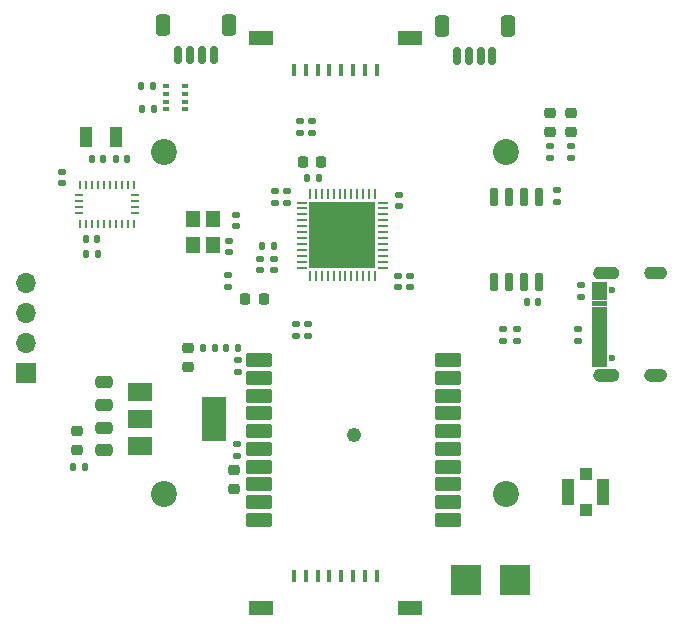
<source format=gbr>
%TF.GenerationSoftware,KiCad,Pcbnew,8.0.4*%
%TF.CreationDate,2024-11-13T00:18:53-06:00*%
%TF.ProjectId,ARES_FC,41524553-5f46-4432-9e6b-696361645f70,rev?*%
%TF.SameCoordinates,Original*%
%TF.FileFunction,Soldermask,Top*%
%TF.FilePolarity,Negative*%
%FSLAX46Y46*%
G04 Gerber Fmt 4.6, Leading zero omitted, Abs format (unit mm)*
G04 Created by KiCad (PCBNEW 8.0.4) date 2024-11-13 00:18:53*
%MOMM*%
%LPD*%
G01*
G04 APERTURE LIST*
G04 Aperture macros list*
%AMRoundRect*
0 Rectangle with rounded corners*
0 $1 Rounding radius*
0 $2 $3 $4 $5 $6 $7 $8 $9 X,Y pos of 4 corners*
0 Add a 4 corners polygon primitive as box body*
4,1,4,$2,$3,$4,$5,$6,$7,$8,$9,$2,$3,0*
0 Add four circle primitives for the rounded corners*
1,1,$1+$1,$2,$3*
1,1,$1+$1,$4,$5*
1,1,$1+$1,$6,$7*
1,1,$1+$1,$8,$9*
0 Add four rect primitives between the rounded corners*
20,1,$1+$1,$2,$3,$4,$5,0*
20,1,$1+$1,$4,$5,$6,$7,0*
20,1,$1+$1,$6,$7,$8,$9,0*
20,1,$1+$1,$8,$9,$2,$3,0*%
G04 Aperture macros list end*
%ADD10C,0.010000*%
%ADD11RoundRect,0.225000X-0.225000X-0.250000X0.225000X-0.250000X0.225000X0.250000X-0.225000X0.250000X0*%
%ADD12R,2.500000X2.500000*%
%ADD13RoundRect,0.140000X0.170000X-0.140000X0.170000X0.140000X-0.170000X0.140000X-0.170000X-0.140000X0*%
%ADD14C,2.200000*%
%ADD15RoundRect,0.140000X0.140000X0.170000X-0.140000X0.170000X-0.140000X-0.170000X0.140000X-0.170000X0*%
%ADD16RoundRect,0.135000X0.185000X-0.135000X0.185000X0.135000X-0.185000X0.135000X-0.185000X-0.135000X0*%
%ADD17R,0.500000X0.350000*%
%ADD18R,1.000000X1.000000*%
%ADD19R,1.050000X2.200000*%
%ADD20RoundRect,0.218750X0.256250X-0.218750X0.256250X0.218750X-0.256250X0.218750X-0.256250X-0.218750X0*%
%ADD21RoundRect,0.140000X-0.170000X0.140000X-0.170000X-0.140000X0.170000X-0.140000X0.170000X0.140000X0*%
%ADD22C,0.600000*%
%ADD23R,1.200000X1.400000*%
%ADD24RoundRect,0.140000X-0.140000X-0.170000X0.140000X-0.170000X0.140000X0.170000X-0.140000X0.170000X0*%
%ADD25RoundRect,0.135000X-0.185000X0.135000X-0.185000X-0.135000X0.185000X-0.135000X0.185000X0.135000X0*%
%ADD26RoundRect,0.150000X-0.150000X0.650000X-0.150000X-0.650000X0.150000X-0.650000X0.150000X0.650000X0*%
%ADD27R,0.400000X1.000000*%
%ADD28R,2.000000X1.300000*%
%ADD29RoundRect,0.250000X0.475000X-0.250000X0.475000X0.250000X-0.475000X0.250000X-0.475000X-0.250000X0*%
%ADD30RoundRect,0.135000X-0.135000X-0.185000X0.135000X-0.185000X0.135000X0.185000X-0.135000X0.185000X0*%
%ADD31C,1.210000*%
%ADD32RoundRect,0.150500X-0.951500X-0.451500X0.951500X-0.451500X0.951500X0.451500X-0.951500X0.451500X0*%
%ADD33RoundRect,0.150000X-0.150000X-0.625000X0.150000X-0.625000X0.150000X0.625000X-0.150000X0.625000X0*%
%ADD34RoundRect,0.250000X-0.350000X-0.650000X0.350000X-0.650000X0.350000X0.650000X-0.350000X0.650000X0*%
%ADD35RoundRect,0.062500X-0.375000X-0.062500X0.375000X-0.062500X0.375000X0.062500X-0.375000X0.062500X0*%
%ADD36RoundRect,0.062500X-0.062500X-0.375000X0.062500X-0.375000X0.062500X0.375000X-0.062500X0.375000X0*%
%ADD37R,5.600000X5.600000*%
%ADD38R,1.000000X1.800000*%
%ADD39R,2.000000X1.500000*%
%ADD40R,2.000000X3.800000*%
%ADD41R,1.700000X1.700000*%
%ADD42O,1.700000X1.700000*%
%ADD43R,0.254000X0.675000*%
%ADD44R,0.675000X0.254000*%
%ADD45RoundRect,0.218750X-0.218750X-0.256250X0.218750X-0.256250X0.218750X0.256250X-0.218750X0.256250X0*%
G04 APERTURE END LIST*
D10*
%TO.C,J2*%
X172932500Y-96700000D02*
X171692500Y-96700000D01*
X171692500Y-96000000D01*
X172932500Y-96000000D01*
X172932500Y-96700000D01*
G36*
X172932500Y-96700000D02*
G01*
X171692500Y-96700000D01*
X171692500Y-96000000D01*
X172932500Y-96000000D01*
X172932500Y-96700000D01*
G37*
X172932500Y-97500000D02*
X171692500Y-97500000D01*
X171692500Y-96800000D01*
X172932500Y-96800000D01*
X172932500Y-97500000D01*
G36*
X172932500Y-97500000D02*
G01*
X171692500Y-97500000D01*
X171692500Y-96800000D01*
X172932500Y-96800000D01*
X172932500Y-97500000D01*
G37*
X172932500Y-98000000D02*
X171692500Y-98000000D01*
X171692500Y-97600000D01*
X172932500Y-97600000D01*
X172932500Y-98000000D01*
G36*
X172932500Y-98000000D02*
G01*
X171692500Y-98000000D01*
X171692500Y-97600000D01*
X172932500Y-97600000D01*
X172932500Y-98000000D01*
G37*
X172932500Y-98500000D02*
X171692500Y-98500000D01*
X171692500Y-98100000D01*
X172932500Y-98100000D01*
X172932500Y-98500000D01*
G36*
X172932500Y-98500000D02*
G01*
X171692500Y-98500000D01*
X171692500Y-98100000D01*
X172932500Y-98100000D01*
X172932500Y-98500000D01*
G37*
X172932500Y-99000000D02*
X171692500Y-99000000D01*
X171692500Y-98600000D01*
X172932500Y-98600000D01*
X172932500Y-99000000D01*
G36*
X172932500Y-99000000D02*
G01*
X171692500Y-99000000D01*
X171692500Y-98600000D01*
X172932500Y-98600000D01*
X172932500Y-99000000D01*
G37*
X172932500Y-99500000D02*
X171692500Y-99500000D01*
X171692500Y-99100000D01*
X172932500Y-99100000D01*
X172932500Y-99500000D01*
G36*
X172932500Y-99500000D02*
G01*
X171692500Y-99500000D01*
X171692500Y-99100000D01*
X172932500Y-99100000D01*
X172932500Y-99500000D01*
G37*
X172932500Y-100000000D02*
X171692500Y-100000000D01*
X171692500Y-99600000D01*
X172932500Y-99600000D01*
X172932500Y-100000000D01*
G36*
X172932500Y-100000000D02*
G01*
X171692500Y-100000000D01*
X171692500Y-99600000D01*
X172932500Y-99600000D01*
X172932500Y-100000000D01*
G37*
X172932500Y-100500000D02*
X171692500Y-100500000D01*
X171692500Y-100100000D01*
X172932500Y-100100000D01*
X172932500Y-100500000D01*
G36*
X172932500Y-100500000D02*
G01*
X171692500Y-100500000D01*
X171692500Y-100100000D01*
X172932500Y-100100000D01*
X172932500Y-100500000D01*
G37*
X172932500Y-101000000D02*
X171692500Y-101000000D01*
X171692500Y-100600000D01*
X172932500Y-100600000D01*
X172932500Y-101000000D01*
G36*
X172932500Y-101000000D02*
G01*
X171692500Y-101000000D01*
X171692500Y-100600000D01*
X172932500Y-100600000D01*
X172932500Y-101000000D01*
G37*
X172932500Y-101500000D02*
X171692500Y-101500000D01*
X171692500Y-101100000D01*
X172932500Y-101100000D01*
X172932500Y-101500000D01*
G36*
X172932500Y-101500000D02*
G01*
X171692500Y-101500000D01*
X171692500Y-101100000D01*
X172932500Y-101100000D01*
X172932500Y-101500000D01*
G37*
X172932500Y-102300000D02*
X171692500Y-102300000D01*
X171692500Y-101600000D01*
X172932500Y-101600000D01*
X172932500Y-102300000D01*
G36*
X172932500Y-102300000D02*
G01*
X171692500Y-102300000D01*
X171692500Y-101600000D01*
X172932500Y-101600000D01*
X172932500Y-102300000D01*
G37*
X172932500Y-103100000D02*
X171692500Y-103100000D01*
X171692500Y-102400000D01*
X172932500Y-102400000D01*
X172932500Y-103100000D01*
G36*
X172932500Y-103100000D02*
G01*
X171692500Y-103100000D01*
X171692500Y-102400000D01*
X172932500Y-102400000D01*
X172932500Y-103100000D01*
G37*
X173468500Y-94726000D02*
X173494500Y-94728000D01*
X173520500Y-94731000D01*
X173546500Y-94736000D01*
X173571500Y-94742000D01*
X173597500Y-94749000D01*
X173621500Y-94758000D01*
X173645500Y-94768000D01*
X173669500Y-94779000D01*
X173692500Y-94792000D01*
X173714500Y-94806000D01*
X173736500Y-94820000D01*
X173757500Y-94836000D01*
X173777500Y-94853000D01*
X173796500Y-94871000D01*
X173814500Y-94890000D01*
X173831500Y-94910000D01*
X173847500Y-94931000D01*
X173861500Y-94953000D01*
X173875500Y-94975000D01*
X173888500Y-94998000D01*
X173899500Y-95022000D01*
X173909500Y-95046000D01*
X173918500Y-95070000D01*
X173925500Y-95096000D01*
X173931500Y-95121000D01*
X173936500Y-95147000D01*
X173939500Y-95173000D01*
X173941500Y-95199000D01*
X173942500Y-95225000D01*
X173941500Y-95255000D01*
X173938500Y-95282000D01*
X173934500Y-95308000D01*
X173929500Y-95334000D01*
X173922500Y-95359000D01*
X173915500Y-95384000D01*
X173905500Y-95409000D01*
X173895500Y-95433000D01*
X173883500Y-95457000D01*
X173870500Y-95480000D01*
X173856500Y-95502000D01*
X173840500Y-95524000D01*
X173824500Y-95545000D01*
X173806500Y-95564000D01*
X173788500Y-95583000D01*
X173768500Y-95601000D01*
X173748500Y-95618000D01*
X173727500Y-95634000D01*
X173705500Y-95648000D01*
X173682500Y-95662000D01*
X173658500Y-95674000D01*
X173634500Y-95685000D01*
X173610500Y-95695000D01*
X173585500Y-95703000D01*
X173559500Y-95710000D01*
X173533500Y-95716000D01*
X173507500Y-95720000D01*
X173481500Y-95723000D01*
X173455500Y-95725000D01*
X173432500Y-95725000D01*
X172332500Y-95725000D01*
X172302500Y-95724000D01*
X172277500Y-95721000D01*
X172251500Y-95718000D01*
X172226500Y-95712000D01*
X172201500Y-95706000D01*
X172176500Y-95698000D01*
X172152500Y-95689000D01*
X172128500Y-95679000D01*
X172105500Y-95667000D01*
X172082500Y-95654000D01*
X172060500Y-95640000D01*
X172039500Y-95625000D01*
X172019500Y-95609000D01*
X171999500Y-95592000D01*
X171981500Y-95574000D01*
X171963500Y-95555000D01*
X171947500Y-95535000D01*
X171931500Y-95514000D01*
X171917500Y-95492000D01*
X171904500Y-95470000D01*
X171892500Y-95447000D01*
X171881500Y-95423000D01*
X171872500Y-95399000D01*
X171864500Y-95375000D01*
X171857500Y-95350000D01*
X171851500Y-95324000D01*
X171847500Y-95299000D01*
X171844500Y-95273000D01*
X171842500Y-95247000D01*
X171842500Y-95225000D01*
X171843500Y-95199000D01*
X171845500Y-95173000D01*
X171848500Y-95147000D01*
X171853500Y-95121000D01*
X171859500Y-95096000D01*
X171866500Y-95070000D01*
X171875500Y-95046000D01*
X171885500Y-95022000D01*
X171896500Y-94998000D01*
X171909500Y-94975000D01*
X171923500Y-94953000D01*
X171937500Y-94931000D01*
X171953500Y-94910000D01*
X171970500Y-94890000D01*
X171988500Y-94871000D01*
X172007500Y-94853000D01*
X172027500Y-94836000D01*
X172048500Y-94820000D01*
X172070500Y-94806000D01*
X172092500Y-94792000D01*
X172115500Y-94779000D01*
X172139500Y-94768000D01*
X172163500Y-94758000D01*
X172187500Y-94749000D01*
X172213500Y-94742000D01*
X172238500Y-94736000D01*
X172264500Y-94731000D01*
X172290500Y-94728000D01*
X172316500Y-94726000D01*
X172342500Y-94725000D01*
X173442500Y-94725000D01*
X173468500Y-94726000D01*
G36*
X173468500Y-94726000D02*
G01*
X173494500Y-94728000D01*
X173520500Y-94731000D01*
X173546500Y-94736000D01*
X173571500Y-94742000D01*
X173597500Y-94749000D01*
X173621500Y-94758000D01*
X173645500Y-94768000D01*
X173669500Y-94779000D01*
X173692500Y-94792000D01*
X173714500Y-94806000D01*
X173736500Y-94820000D01*
X173757500Y-94836000D01*
X173777500Y-94853000D01*
X173796500Y-94871000D01*
X173814500Y-94890000D01*
X173831500Y-94910000D01*
X173847500Y-94931000D01*
X173861500Y-94953000D01*
X173875500Y-94975000D01*
X173888500Y-94998000D01*
X173899500Y-95022000D01*
X173909500Y-95046000D01*
X173918500Y-95070000D01*
X173925500Y-95096000D01*
X173931500Y-95121000D01*
X173936500Y-95147000D01*
X173939500Y-95173000D01*
X173941500Y-95199000D01*
X173942500Y-95225000D01*
X173941500Y-95255000D01*
X173938500Y-95282000D01*
X173934500Y-95308000D01*
X173929500Y-95334000D01*
X173922500Y-95359000D01*
X173915500Y-95384000D01*
X173905500Y-95409000D01*
X173895500Y-95433000D01*
X173883500Y-95457000D01*
X173870500Y-95480000D01*
X173856500Y-95502000D01*
X173840500Y-95524000D01*
X173824500Y-95545000D01*
X173806500Y-95564000D01*
X173788500Y-95583000D01*
X173768500Y-95601000D01*
X173748500Y-95618000D01*
X173727500Y-95634000D01*
X173705500Y-95648000D01*
X173682500Y-95662000D01*
X173658500Y-95674000D01*
X173634500Y-95685000D01*
X173610500Y-95695000D01*
X173585500Y-95703000D01*
X173559500Y-95710000D01*
X173533500Y-95716000D01*
X173507500Y-95720000D01*
X173481500Y-95723000D01*
X173455500Y-95725000D01*
X173432500Y-95725000D01*
X172332500Y-95725000D01*
X172302500Y-95724000D01*
X172277500Y-95721000D01*
X172251500Y-95718000D01*
X172226500Y-95712000D01*
X172201500Y-95706000D01*
X172176500Y-95698000D01*
X172152500Y-95689000D01*
X172128500Y-95679000D01*
X172105500Y-95667000D01*
X172082500Y-95654000D01*
X172060500Y-95640000D01*
X172039500Y-95625000D01*
X172019500Y-95609000D01*
X171999500Y-95592000D01*
X171981500Y-95574000D01*
X171963500Y-95555000D01*
X171947500Y-95535000D01*
X171931500Y-95514000D01*
X171917500Y-95492000D01*
X171904500Y-95470000D01*
X171892500Y-95447000D01*
X171881500Y-95423000D01*
X171872500Y-95399000D01*
X171864500Y-95375000D01*
X171857500Y-95350000D01*
X171851500Y-95324000D01*
X171847500Y-95299000D01*
X171844500Y-95273000D01*
X171842500Y-95247000D01*
X171842500Y-95225000D01*
X171843500Y-95199000D01*
X171845500Y-95173000D01*
X171848500Y-95147000D01*
X171853500Y-95121000D01*
X171859500Y-95096000D01*
X171866500Y-95070000D01*
X171875500Y-95046000D01*
X171885500Y-95022000D01*
X171896500Y-94998000D01*
X171909500Y-94975000D01*
X171923500Y-94953000D01*
X171937500Y-94931000D01*
X171953500Y-94910000D01*
X171970500Y-94890000D01*
X171988500Y-94871000D01*
X172007500Y-94853000D01*
X172027500Y-94836000D01*
X172048500Y-94820000D01*
X172070500Y-94806000D01*
X172092500Y-94792000D01*
X172115500Y-94779000D01*
X172139500Y-94768000D01*
X172163500Y-94758000D01*
X172187500Y-94749000D01*
X172213500Y-94742000D01*
X172238500Y-94736000D01*
X172264500Y-94731000D01*
X172290500Y-94728000D01*
X172316500Y-94726000D01*
X172342500Y-94725000D01*
X173442500Y-94725000D01*
X173468500Y-94726000D01*
G37*
X173468500Y-103376000D02*
X173494500Y-103378000D01*
X173520500Y-103381000D01*
X173546500Y-103386000D01*
X173571500Y-103392000D01*
X173597500Y-103399000D01*
X173621500Y-103408000D01*
X173645500Y-103418000D01*
X173669500Y-103429000D01*
X173692500Y-103442000D01*
X173714500Y-103456000D01*
X173736500Y-103470000D01*
X173757500Y-103486000D01*
X173777500Y-103503000D01*
X173796500Y-103521000D01*
X173814500Y-103540000D01*
X173831500Y-103560000D01*
X173847500Y-103581000D01*
X173861500Y-103603000D01*
X173875500Y-103625000D01*
X173888500Y-103648000D01*
X173899500Y-103672000D01*
X173909500Y-103696000D01*
X173918500Y-103720000D01*
X173925500Y-103746000D01*
X173931500Y-103771000D01*
X173936500Y-103797000D01*
X173939500Y-103823000D01*
X173941500Y-103849000D01*
X173942500Y-103875000D01*
X173941500Y-103901000D01*
X173939500Y-103927000D01*
X173936500Y-103953000D01*
X173931500Y-103979000D01*
X173925500Y-104004000D01*
X173918500Y-104030000D01*
X173909500Y-104054000D01*
X173899500Y-104078000D01*
X173888500Y-104102000D01*
X173875500Y-104125000D01*
X173861500Y-104147000D01*
X173847500Y-104169000D01*
X173831500Y-104190000D01*
X173814500Y-104210000D01*
X173796500Y-104229000D01*
X173777500Y-104247000D01*
X173757500Y-104264000D01*
X173736500Y-104280000D01*
X173714500Y-104294000D01*
X173692500Y-104308000D01*
X173669500Y-104321000D01*
X173645500Y-104332000D01*
X173621500Y-104342000D01*
X173597500Y-104351000D01*
X173571500Y-104358000D01*
X173546500Y-104364000D01*
X173520500Y-104369000D01*
X173494500Y-104372000D01*
X173468500Y-104374000D01*
X173442500Y-104375000D01*
X172342500Y-104375000D01*
X172316500Y-104374000D01*
X172290500Y-104372000D01*
X172264500Y-104369000D01*
X172238500Y-104364000D01*
X172213500Y-104358000D01*
X172187500Y-104351000D01*
X172163500Y-104342000D01*
X172139500Y-104332000D01*
X172115500Y-104321000D01*
X172092500Y-104308000D01*
X172070500Y-104294000D01*
X172048500Y-104280000D01*
X172027500Y-104264000D01*
X172007500Y-104247000D01*
X171988500Y-104229000D01*
X171970500Y-104210000D01*
X171953500Y-104190000D01*
X171937500Y-104169000D01*
X171923500Y-104147000D01*
X171909500Y-104125000D01*
X171896500Y-104102000D01*
X171885500Y-104078000D01*
X171875500Y-104054000D01*
X171866500Y-104030000D01*
X171859500Y-104004000D01*
X171853500Y-103979000D01*
X171848500Y-103953000D01*
X171845500Y-103927000D01*
X171843500Y-103901000D01*
X171842500Y-103875000D01*
X171843500Y-103849000D01*
X171845500Y-103823000D01*
X171848500Y-103797000D01*
X171853500Y-103771000D01*
X171859500Y-103746000D01*
X171866500Y-103720000D01*
X171875500Y-103696000D01*
X171885500Y-103672000D01*
X171896500Y-103648000D01*
X171909500Y-103625000D01*
X171923500Y-103603000D01*
X171937500Y-103581000D01*
X171953500Y-103560000D01*
X171970500Y-103540000D01*
X171988500Y-103521000D01*
X172007500Y-103503000D01*
X172027500Y-103486000D01*
X172048500Y-103470000D01*
X172070500Y-103456000D01*
X172092500Y-103442000D01*
X172115500Y-103429000D01*
X172139500Y-103418000D01*
X172163500Y-103408000D01*
X172187500Y-103399000D01*
X172213500Y-103392000D01*
X172238500Y-103386000D01*
X172264500Y-103381000D01*
X172290500Y-103378000D01*
X172316500Y-103376000D01*
X172342500Y-103375000D01*
X173442500Y-103375000D01*
X173468500Y-103376000D01*
G36*
X173468500Y-103376000D02*
G01*
X173494500Y-103378000D01*
X173520500Y-103381000D01*
X173546500Y-103386000D01*
X173571500Y-103392000D01*
X173597500Y-103399000D01*
X173621500Y-103408000D01*
X173645500Y-103418000D01*
X173669500Y-103429000D01*
X173692500Y-103442000D01*
X173714500Y-103456000D01*
X173736500Y-103470000D01*
X173757500Y-103486000D01*
X173777500Y-103503000D01*
X173796500Y-103521000D01*
X173814500Y-103540000D01*
X173831500Y-103560000D01*
X173847500Y-103581000D01*
X173861500Y-103603000D01*
X173875500Y-103625000D01*
X173888500Y-103648000D01*
X173899500Y-103672000D01*
X173909500Y-103696000D01*
X173918500Y-103720000D01*
X173925500Y-103746000D01*
X173931500Y-103771000D01*
X173936500Y-103797000D01*
X173939500Y-103823000D01*
X173941500Y-103849000D01*
X173942500Y-103875000D01*
X173941500Y-103901000D01*
X173939500Y-103927000D01*
X173936500Y-103953000D01*
X173931500Y-103979000D01*
X173925500Y-104004000D01*
X173918500Y-104030000D01*
X173909500Y-104054000D01*
X173899500Y-104078000D01*
X173888500Y-104102000D01*
X173875500Y-104125000D01*
X173861500Y-104147000D01*
X173847500Y-104169000D01*
X173831500Y-104190000D01*
X173814500Y-104210000D01*
X173796500Y-104229000D01*
X173777500Y-104247000D01*
X173757500Y-104264000D01*
X173736500Y-104280000D01*
X173714500Y-104294000D01*
X173692500Y-104308000D01*
X173669500Y-104321000D01*
X173645500Y-104332000D01*
X173621500Y-104342000D01*
X173597500Y-104351000D01*
X173571500Y-104358000D01*
X173546500Y-104364000D01*
X173520500Y-104369000D01*
X173494500Y-104372000D01*
X173468500Y-104374000D01*
X173442500Y-104375000D01*
X172342500Y-104375000D01*
X172316500Y-104374000D01*
X172290500Y-104372000D01*
X172264500Y-104369000D01*
X172238500Y-104364000D01*
X172213500Y-104358000D01*
X172187500Y-104351000D01*
X172163500Y-104342000D01*
X172139500Y-104332000D01*
X172115500Y-104321000D01*
X172092500Y-104308000D01*
X172070500Y-104294000D01*
X172048500Y-104280000D01*
X172027500Y-104264000D01*
X172007500Y-104247000D01*
X171988500Y-104229000D01*
X171970500Y-104210000D01*
X171953500Y-104190000D01*
X171937500Y-104169000D01*
X171923500Y-104147000D01*
X171909500Y-104125000D01*
X171896500Y-104102000D01*
X171885500Y-104078000D01*
X171875500Y-104054000D01*
X171866500Y-104030000D01*
X171859500Y-104004000D01*
X171853500Y-103979000D01*
X171848500Y-103953000D01*
X171845500Y-103927000D01*
X171843500Y-103901000D01*
X171842500Y-103875000D01*
X171843500Y-103849000D01*
X171845500Y-103823000D01*
X171848500Y-103797000D01*
X171853500Y-103771000D01*
X171859500Y-103746000D01*
X171866500Y-103720000D01*
X171875500Y-103696000D01*
X171885500Y-103672000D01*
X171896500Y-103648000D01*
X171909500Y-103625000D01*
X171923500Y-103603000D01*
X171937500Y-103581000D01*
X171953500Y-103560000D01*
X171970500Y-103540000D01*
X171988500Y-103521000D01*
X172007500Y-103503000D01*
X172027500Y-103486000D01*
X172048500Y-103470000D01*
X172070500Y-103456000D01*
X172092500Y-103442000D01*
X172115500Y-103429000D01*
X172139500Y-103418000D01*
X172163500Y-103408000D01*
X172187500Y-103399000D01*
X172213500Y-103392000D01*
X172238500Y-103386000D01*
X172264500Y-103381000D01*
X172290500Y-103378000D01*
X172316500Y-103376000D01*
X172342500Y-103375000D01*
X173442500Y-103375000D01*
X173468500Y-103376000D01*
G37*
X177488500Y-94726000D02*
X177514500Y-94728000D01*
X177540500Y-94731000D01*
X177566500Y-94736000D01*
X177591500Y-94742000D01*
X177617500Y-94749000D01*
X177641500Y-94758000D01*
X177665500Y-94768000D01*
X177689500Y-94779000D01*
X177712500Y-94792000D01*
X177734500Y-94806000D01*
X177756500Y-94820000D01*
X177777500Y-94836000D01*
X177797500Y-94853000D01*
X177816500Y-94871000D01*
X177834500Y-94890000D01*
X177851500Y-94910000D01*
X177867500Y-94931000D01*
X177881500Y-94953000D01*
X177895500Y-94975000D01*
X177908500Y-94998000D01*
X177919500Y-95022000D01*
X177929500Y-95046000D01*
X177938500Y-95070000D01*
X177945500Y-95096000D01*
X177951500Y-95121000D01*
X177956500Y-95147000D01*
X177959500Y-95173000D01*
X177961500Y-95199000D01*
X177962500Y-95225000D01*
X177961500Y-95251000D01*
X177959500Y-95277000D01*
X177956500Y-95303000D01*
X177951500Y-95329000D01*
X177945500Y-95354000D01*
X177938500Y-95380000D01*
X177929500Y-95404000D01*
X177919500Y-95428000D01*
X177908500Y-95452000D01*
X177895500Y-95475000D01*
X177881500Y-95497000D01*
X177867500Y-95519000D01*
X177851500Y-95540000D01*
X177834500Y-95560000D01*
X177816500Y-95579000D01*
X177797500Y-95597000D01*
X177777500Y-95614000D01*
X177756500Y-95630000D01*
X177734500Y-95644000D01*
X177712500Y-95658000D01*
X177689500Y-95671000D01*
X177665500Y-95682000D01*
X177641500Y-95692000D01*
X177617500Y-95701000D01*
X177591500Y-95708000D01*
X177566500Y-95714000D01*
X177540500Y-95719000D01*
X177514500Y-95722000D01*
X177488500Y-95724000D01*
X177462500Y-95725000D01*
X176662500Y-95725000D01*
X176636500Y-95724000D01*
X176610500Y-95722000D01*
X176584500Y-95719000D01*
X176558500Y-95714000D01*
X176533500Y-95708000D01*
X176507500Y-95701000D01*
X176483500Y-95692000D01*
X176459500Y-95682000D01*
X176435500Y-95671000D01*
X176412500Y-95658000D01*
X176390500Y-95644000D01*
X176368500Y-95630000D01*
X176347500Y-95614000D01*
X176327500Y-95597000D01*
X176308500Y-95579000D01*
X176290500Y-95560000D01*
X176273500Y-95540000D01*
X176257500Y-95519000D01*
X176243500Y-95497000D01*
X176229500Y-95475000D01*
X176216500Y-95452000D01*
X176205500Y-95428000D01*
X176195500Y-95404000D01*
X176186500Y-95380000D01*
X176179500Y-95354000D01*
X176173500Y-95329000D01*
X176168500Y-95303000D01*
X176165500Y-95277000D01*
X176163500Y-95251000D01*
X176162500Y-95225000D01*
X176163500Y-95199000D01*
X176165500Y-95173000D01*
X176168500Y-95147000D01*
X176173500Y-95121000D01*
X176179500Y-95096000D01*
X176186500Y-95070000D01*
X176195500Y-95046000D01*
X176205500Y-95022000D01*
X176216500Y-94998000D01*
X176229500Y-94975000D01*
X176243500Y-94953000D01*
X176257500Y-94931000D01*
X176273500Y-94910000D01*
X176290500Y-94890000D01*
X176308500Y-94871000D01*
X176327500Y-94853000D01*
X176347500Y-94836000D01*
X176368500Y-94820000D01*
X176390500Y-94806000D01*
X176412500Y-94792000D01*
X176435500Y-94779000D01*
X176459500Y-94768000D01*
X176483500Y-94758000D01*
X176507500Y-94749000D01*
X176533500Y-94742000D01*
X176558500Y-94736000D01*
X176584500Y-94731000D01*
X176610500Y-94728000D01*
X176636500Y-94726000D01*
X176662500Y-94725000D01*
X177462500Y-94725000D01*
X177488500Y-94726000D01*
G36*
X177488500Y-94726000D02*
G01*
X177514500Y-94728000D01*
X177540500Y-94731000D01*
X177566500Y-94736000D01*
X177591500Y-94742000D01*
X177617500Y-94749000D01*
X177641500Y-94758000D01*
X177665500Y-94768000D01*
X177689500Y-94779000D01*
X177712500Y-94792000D01*
X177734500Y-94806000D01*
X177756500Y-94820000D01*
X177777500Y-94836000D01*
X177797500Y-94853000D01*
X177816500Y-94871000D01*
X177834500Y-94890000D01*
X177851500Y-94910000D01*
X177867500Y-94931000D01*
X177881500Y-94953000D01*
X177895500Y-94975000D01*
X177908500Y-94998000D01*
X177919500Y-95022000D01*
X177929500Y-95046000D01*
X177938500Y-95070000D01*
X177945500Y-95096000D01*
X177951500Y-95121000D01*
X177956500Y-95147000D01*
X177959500Y-95173000D01*
X177961500Y-95199000D01*
X177962500Y-95225000D01*
X177961500Y-95251000D01*
X177959500Y-95277000D01*
X177956500Y-95303000D01*
X177951500Y-95329000D01*
X177945500Y-95354000D01*
X177938500Y-95380000D01*
X177929500Y-95404000D01*
X177919500Y-95428000D01*
X177908500Y-95452000D01*
X177895500Y-95475000D01*
X177881500Y-95497000D01*
X177867500Y-95519000D01*
X177851500Y-95540000D01*
X177834500Y-95560000D01*
X177816500Y-95579000D01*
X177797500Y-95597000D01*
X177777500Y-95614000D01*
X177756500Y-95630000D01*
X177734500Y-95644000D01*
X177712500Y-95658000D01*
X177689500Y-95671000D01*
X177665500Y-95682000D01*
X177641500Y-95692000D01*
X177617500Y-95701000D01*
X177591500Y-95708000D01*
X177566500Y-95714000D01*
X177540500Y-95719000D01*
X177514500Y-95722000D01*
X177488500Y-95724000D01*
X177462500Y-95725000D01*
X176662500Y-95725000D01*
X176636500Y-95724000D01*
X176610500Y-95722000D01*
X176584500Y-95719000D01*
X176558500Y-95714000D01*
X176533500Y-95708000D01*
X176507500Y-95701000D01*
X176483500Y-95692000D01*
X176459500Y-95682000D01*
X176435500Y-95671000D01*
X176412500Y-95658000D01*
X176390500Y-95644000D01*
X176368500Y-95630000D01*
X176347500Y-95614000D01*
X176327500Y-95597000D01*
X176308500Y-95579000D01*
X176290500Y-95560000D01*
X176273500Y-95540000D01*
X176257500Y-95519000D01*
X176243500Y-95497000D01*
X176229500Y-95475000D01*
X176216500Y-95452000D01*
X176205500Y-95428000D01*
X176195500Y-95404000D01*
X176186500Y-95380000D01*
X176179500Y-95354000D01*
X176173500Y-95329000D01*
X176168500Y-95303000D01*
X176165500Y-95277000D01*
X176163500Y-95251000D01*
X176162500Y-95225000D01*
X176163500Y-95199000D01*
X176165500Y-95173000D01*
X176168500Y-95147000D01*
X176173500Y-95121000D01*
X176179500Y-95096000D01*
X176186500Y-95070000D01*
X176195500Y-95046000D01*
X176205500Y-95022000D01*
X176216500Y-94998000D01*
X176229500Y-94975000D01*
X176243500Y-94953000D01*
X176257500Y-94931000D01*
X176273500Y-94910000D01*
X176290500Y-94890000D01*
X176308500Y-94871000D01*
X176327500Y-94853000D01*
X176347500Y-94836000D01*
X176368500Y-94820000D01*
X176390500Y-94806000D01*
X176412500Y-94792000D01*
X176435500Y-94779000D01*
X176459500Y-94768000D01*
X176483500Y-94758000D01*
X176507500Y-94749000D01*
X176533500Y-94742000D01*
X176558500Y-94736000D01*
X176584500Y-94731000D01*
X176610500Y-94728000D01*
X176636500Y-94726000D01*
X176662500Y-94725000D01*
X177462500Y-94725000D01*
X177488500Y-94726000D01*
G37*
X177488500Y-103376000D02*
X177514500Y-103378000D01*
X177540500Y-103381000D01*
X177566500Y-103386000D01*
X177591500Y-103392000D01*
X177617500Y-103399000D01*
X177641500Y-103408000D01*
X177665500Y-103418000D01*
X177689500Y-103429000D01*
X177712500Y-103442000D01*
X177734500Y-103456000D01*
X177756500Y-103470000D01*
X177777500Y-103486000D01*
X177797500Y-103503000D01*
X177816500Y-103521000D01*
X177834500Y-103540000D01*
X177851500Y-103560000D01*
X177867500Y-103581000D01*
X177881500Y-103603000D01*
X177895500Y-103625000D01*
X177908500Y-103648000D01*
X177919500Y-103672000D01*
X177929500Y-103696000D01*
X177938500Y-103720000D01*
X177945500Y-103746000D01*
X177951500Y-103771000D01*
X177956500Y-103797000D01*
X177959500Y-103823000D01*
X177961500Y-103849000D01*
X177962500Y-103875000D01*
X177961500Y-103901000D01*
X177959500Y-103927000D01*
X177956500Y-103953000D01*
X177951500Y-103979000D01*
X177945500Y-104004000D01*
X177938500Y-104030000D01*
X177929500Y-104054000D01*
X177919500Y-104078000D01*
X177908500Y-104102000D01*
X177895500Y-104125000D01*
X177881500Y-104147000D01*
X177867500Y-104169000D01*
X177851500Y-104190000D01*
X177834500Y-104210000D01*
X177816500Y-104229000D01*
X177797500Y-104247000D01*
X177777500Y-104264000D01*
X177756500Y-104280000D01*
X177734500Y-104294000D01*
X177712500Y-104308000D01*
X177689500Y-104321000D01*
X177665500Y-104332000D01*
X177641500Y-104342000D01*
X177617500Y-104351000D01*
X177591500Y-104358000D01*
X177566500Y-104364000D01*
X177540500Y-104369000D01*
X177514500Y-104372000D01*
X177488500Y-104374000D01*
X177462500Y-104375000D01*
X176662500Y-104375000D01*
X176636500Y-104374000D01*
X176610500Y-104372000D01*
X176584500Y-104369000D01*
X176558500Y-104364000D01*
X176533500Y-104358000D01*
X176507500Y-104351000D01*
X176483500Y-104342000D01*
X176459500Y-104332000D01*
X176435500Y-104321000D01*
X176412500Y-104308000D01*
X176390500Y-104294000D01*
X176368500Y-104280000D01*
X176347500Y-104264000D01*
X176327500Y-104247000D01*
X176308500Y-104229000D01*
X176290500Y-104210000D01*
X176273500Y-104190000D01*
X176257500Y-104169000D01*
X176243500Y-104147000D01*
X176229500Y-104125000D01*
X176216500Y-104102000D01*
X176205500Y-104078000D01*
X176195500Y-104054000D01*
X176186500Y-104030000D01*
X176179500Y-104004000D01*
X176173500Y-103979000D01*
X176168500Y-103953000D01*
X176165500Y-103927000D01*
X176163500Y-103901000D01*
X176162500Y-103875000D01*
X176163500Y-103849000D01*
X176165500Y-103823000D01*
X176168500Y-103797000D01*
X176173500Y-103771000D01*
X176179500Y-103746000D01*
X176186500Y-103720000D01*
X176195500Y-103696000D01*
X176205500Y-103672000D01*
X176216500Y-103648000D01*
X176229500Y-103625000D01*
X176243500Y-103603000D01*
X176257500Y-103581000D01*
X176273500Y-103560000D01*
X176290500Y-103540000D01*
X176308500Y-103521000D01*
X176327500Y-103503000D01*
X176347500Y-103486000D01*
X176368500Y-103470000D01*
X176390500Y-103456000D01*
X176412500Y-103442000D01*
X176435500Y-103429000D01*
X176459500Y-103418000D01*
X176483500Y-103408000D01*
X176507500Y-103399000D01*
X176533500Y-103392000D01*
X176558500Y-103386000D01*
X176584500Y-103381000D01*
X176610500Y-103378000D01*
X176636500Y-103376000D01*
X176662500Y-103375000D01*
X177462500Y-103375000D01*
X177488500Y-103376000D01*
G36*
X177488500Y-103376000D02*
G01*
X177514500Y-103378000D01*
X177540500Y-103381000D01*
X177566500Y-103386000D01*
X177591500Y-103392000D01*
X177617500Y-103399000D01*
X177641500Y-103408000D01*
X177665500Y-103418000D01*
X177689500Y-103429000D01*
X177712500Y-103442000D01*
X177734500Y-103456000D01*
X177756500Y-103470000D01*
X177777500Y-103486000D01*
X177797500Y-103503000D01*
X177816500Y-103521000D01*
X177834500Y-103540000D01*
X177851500Y-103560000D01*
X177867500Y-103581000D01*
X177881500Y-103603000D01*
X177895500Y-103625000D01*
X177908500Y-103648000D01*
X177919500Y-103672000D01*
X177929500Y-103696000D01*
X177938500Y-103720000D01*
X177945500Y-103746000D01*
X177951500Y-103771000D01*
X177956500Y-103797000D01*
X177959500Y-103823000D01*
X177961500Y-103849000D01*
X177962500Y-103875000D01*
X177961500Y-103901000D01*
X177959500Y-103927000D01*
X177956500Y-103953000D01*
X177951500Y-103979000D01*
X177945500Y-104004000D01*
X177938500Y-104030000D01*
X177929500Y-104054000D01*
X177919500Y-104078000D01*
X177908500Y-104102000D01*
X177895500Y-104125000D01*
X177881500Y-104147000D01*
X177867500Y-104169000D01*
X177851500Y-104190000D01*
X177834500Y-104210000D01*
X177816500Y-104229000D01*
X177797500Y-104247000D01*
X177777500Y-104264000D01*
X177756500Y-104280000D01*
X177734500Y-104294000D01*
X177712500Y-104308000D01*
X177689500Y-104321000D01*
X177665500Y-104332000D01*
X177641500Y-104342000D01*
X177617500Y-104351000D01*
X177591500Y-104358000D01*
X177566500Y-104364000D01*
X177540500Y-104369000D01*
X177514500Y-104372000D01*
X177488500Y-104374000D01*
X177462500Y-104375000D01*
X176662500Y-104375000D01*
X176636500Y-104374000D01*
X176610500Y-104372000D01*
X176584500Y-104369000D01*
X176558500Y-104364000D01*
X176533500Y-104358000D01*
X176507500Y-104351000D01*
X176483500Y-104342000D01*
X176459500Y-104332000D01*
X176435500Y-104321000D01*
X176412500Y-104308000D01*
X176390500Y-104294000D01*
X176368500Y-104280000D01*
X176347500Y-104264000D01*
X176327500Y-104247000D01*
X176308500Y-104229000D01*
X176290500Y-104210000D01*
X176273500Y-104190000D01*
X176257500Y-104169000D01*
X176243500Y-104147000D01*
X176229500Y-104125000D01*
X176216500Y-104102000D01*
X176205500Y-104078000D01*
X176195500Y-104054000D01*
X176186500Y-104030000D01*
X176179500Y-104004000D01*
X176173500Y-103979000D01*
X176168500Y-103953000D01*
X176165500Y-103927000D01*
X176163500Y-103901000D01*
X176162500Y-103875000D01*
X176163500Y-103849000D01*
X176165500Y-103823000D01*
X176168500Y-103797000D01*
X176173500Y-103771000D01*
X176179500Y-103746000D01*
X176186500Y-103720000D01*
X176195500Y-103696000D01*
X176205500Y-103672000D01*
X176216500Y-103648000D01*
X176229500Y-103625000D01*
X176243500Y-103603000D01*
X176257500Y-103581000D01*
X176273500Y-103560000D01*
X176290500Y-103540000D01*
X176308500Y-103521000D01*
X176327500Y-103503000D01*
X176347500Y-103486000D01*
X176368500Y-103470000D01*
X176390500Y-103456000D01*
X176412500Y-103442000D01*
X176435500Y-103429000D01*
X176459500Y-103418000D01*
X176483500Y-103408000D01*
X176507500Y-103399000D01*
X176533500Y-103392000D01*
X176558500Y-103386000D01*
X176584500Y-103381000D01*
X176610500Y-103378000D01*
X176636500Y-103376000D01*
X176662500Y-103375000D01*
X177462500Y-103375000D01*
X177488500Y-103376000D01*
G37*
%TD*%
D11*
%TO.C,C4*%
X147225000Y-85900000D03*
X148775000Y-85900000D03*
%TD*%
D12*
%TO.C,J5*%
X165214000Y-121250000D03*
%TD*%
D13*
%TO.C,C3*%
X141000000Y-93508540D03*
X141000000Y-92548540D03*
%TD*%
D14*
%TO.C,H1*%
X135477740Y-84998800D03*
%TD*%
D15*
%TO.C,C16*%
X129852500Y-92359500D03*
X128892500Y-92359500D03*
%TD*%
D16*
%TO.C,R14*%
X140900000Y-96460000D03*
X140900000Y-95440000D03*
%TD*%
D12*
%TO.C,J4*%
X161058000Y-121250000D03*
%TD*%
D17*
%TO.C,U3*%
X137287500Y-79450000D03*
X137287500Y-80100000D03*
X137287500Y-80750000D03*
X137287500Y-81400000D03*
X135687500Y-81400000D03*
X135687500Y-80750000D03*
X135687500Y-80100000D03*
X135687500Y-79450000D03*
%TD*%
D18*
%TO.C,AE1*%
X171200000Y-115292000D03*
D19*
X169725000Y-113792000D03*
D18*
X171200000Y-112292000D03*
D19*
X172675000Y-113792000D03*
%TD*%
D20*
%TO.C,D3*%
X169950000Y-83287500D03*
X169950000Y-81712500D03*
%TD*%
D21*
%TO.C,C15*%
X126832500Y-86672500D03*
X126832500Y-87632500D03*
%TD*%
%TO.C,C7*%
X155378000Y-88668540D03*
X155378000Y-89628540D03*
%TD*%
D22*
%TO.C,J2*%
X173382500Y-102440000D03*
X173382500Y-96660000D03*
%TD*%
D23*
%TO.C,Y1*%
X137910800Y-90707340D03*
X137910800Y-92907340D03*
X139610800Y-92907340D03*
X139610800Y-90707340D03*
%TD*%
D14*
%TO.C,H3*%
X135477740Y-113998800D03*
%TD*%
D24*
%TO.C,C18*%
X129400500Y-85628500D03*
X130360500Y-85628500D03*
%TD*%
%TO.C,C23*%
X133557500Y-79425000D03*
X134517500Y-79425000D03*
%TD*%
D25*
%TO.C,R2*%
X170800000Y-96240000D03*
X170800000Y-97260000D03*
%TD*%
D26*
%TO.C,U5*%
X167227500Y-88850000D03*
X165957500Y-88850000D03*
X164687500Y-88850000D03*
X163417500Y-88850000D03*
X163417500Y-96050000D03*
X164687500Y-96050000D03*
X165957500Y-96050000D03*
X167227500Y-96050000D03*
%TD*%
D16*
%TO.C,R15*%
X164200000Y-101010000D03*
X164200000Y-99990000D03*
%TD*%
D24*
%TO.C,C8*%
X147617000Y-87189740D03*
X148577000Y-87189740D03*
%TD*%
D27*
%TO.C,J3*%
X146500000Y-120950000D03*
X147500000Y-120950000D03*
X148500000Y-120950000D03*
X149500000Y-120950000D03*
X150500000Y-120950000D03*
X151500000Y-120950000D03*
X152500000Y-120950000D03*
X153500000Y-120950000D03*
D28*
X143700000Y-123650000D03*
X156300000Y-123650000D03*
%TD*%
D16*
%TO.C,R1*%
X170534760Y-101011200D03*
X170534760Y-99991200D03*
%TD*%
D25*
%TO.C,R12*%
X147000000Y-82390000D03*
X147000000Y-83410000D03*
%TD*%
D24*
%TO.C,C21*%
X138820000Y-101650000D03*
X139780000Y-101650000D03*
%TD*%
D20*
%TO.C,FB2*%
X137550000Y-103187500D03*
X137550000Y-101612500D03*
%TD*%
D29*
%TO.C,C13*%
X130450000Y-110250000D03*
X130450000Y-108350000D03*
%TD*%
D25*
%TO.C,R9*%
X169950000Y-84527500D03*
X169950000Y-85547500D03*
%TD*%
D30*
%TO.C,R4*%
X128862500Y-93629500D03*
X129882500Y-93629500D03*
%TD*%
D31*
%TO.C,U6*%
X151550000Y-108950000D03*
D32*
X143550000Y-102650000D03*
X143550000Y-104150000D03*
X143550000Y-105650000D03*
X143550000Y-107150000D03*
X143550000Y-108650000D03*
X143550000Y-110150000D03*
X143550000Y-111650000D03*
X143550000Y-113150000D03*
X143550000Y-114650000D03*
X143550000Y-116150000D03*
X159550000Y-116150000D03*
X159550000Y-114650000D03*
X159550000Y-113150000D03*
X159550000Y-111650000D03*
X159550000Y-110150000D03*
X159550000Y-108650000D03*
X159550000Y-107150000D03*
X159550000Y-105650000D03*
X159550000Y-104150000D03*
X159550000Y-102650000D03*
%TD*%
D33*
%TO.C,J7*%
X160300000Y-76875000D03*
X161300000Y-76875001D03*
X162300000Y-76875000D03*
X163300000Y-76875001D03*
D34*
X158999999Y-74349999D03*
X164600000Y-74349999D03*
%TD*%
D14*
%TO.C,H4*%
X164477740Y-113998800D03*
%TD*%
D15*
%TO.C,C20*%
X167187500Y-97700000D03*
X166227500Y-97700000D03*
%TD*%
D25*
%TO.C,R13*%
X148050000Y-82400000D03*
X148050000Y-83420000D03*
%TD*%
D35*
%TO.C,U1*%
X147162500Y-89299740D03*
X147162500Y-89799740D03*
X147162500Y-90299740D03*
X147162500Y-90799740D03*
X147162500Y-91299740D03*
X147162500Y-91799740D03*
X147162500Y-92299740D03*
X147162500Y-92799740D03*
X147162500Y-93299740D03*
X147162500Y-93799740D03*
X147162500Y-94299740D03*
X147162500Y-94799740D03*
D36*
X147850000Y-95487240D03*
X148350000Y-95487240D03*
X148850000Y-95487240D03*
X149350000Y-95487240D03*
X149850000Y-95487240D03*
X150350000Y-95487240D03*
X150850000Y-95487240D03*
X151350000Y-95487240D03*
X151850000Y-95487240D03*
X152350000Y-95487240D03*
X152850000Y-95487240D03*
X153350000Y-95487240D03*
D35*
X154037500Y-94799740D03*
X154037500Y-94299740D03*
X154037500Y-93799740D03*
X154037500Y-93299740D03*
X154037500Y-92799740D03*
X154037500Y-92299740D03*
X154037500Y-91799740D03*
X154037500Y-91299740D03*
X154037500Y-90799740D03*
X154037500Y-90299740D03*
X154037500Y-89799740D03*
X154037500Y-89299740D03*
D36*
X153350000Y-88612240D03*
X152850000Y-88612240D03*
X152350000Y-88612240D03*
X151850000Y-88612240D03*
X151350000Y-88612240D03*
X150850000Y-88612240D03*
X150350000Y-88612240D03*
X149850000Y-88612240D03*
X149350000Y-88612240D03*
X148850000Y-88612240D03*
X148350000Y-88612240D03*
X147850000Y-88612240D03*
D37*
X150600000Y-92049740D03*
%TD*%
D38*
%TO.C,Y2*%
X131384500Y-83723500D03*
X128884500Y-83723500D03*
%TD*%
D25*
%TO.C,R10*%
X146650000Y-99540000D03*
X146650000Y-100560000D03*
%TD*%
D39*
%TO.C,U2*%
X133450000Y-105300000D03*
X133450000Y-107600000D03*
D40*
X139750000Y-107600000D03*
D39*
X133450000Y-109900000D03*
%TD*%
D29*
%TO.C,C14*%
X130450000Y-106400000D03*
X130450000Y-104500000D03*
%TD*%
D13*
%TO.C,C5*%
X144910000Y-89307740D03*
X144910000Y-88347740D03*
%TD*%
D30*
%TO.C,R3*%
X127790000Y-111729500D03*
X128810000Y-111729500D03*
%TD*%
D25*
%TO.C,R8*%
X168168000Y-84527500D03*
X168168000Y-85547500D03*
%TD*%
D24*
%TO.C,C17*%
X131432500Y-85628500D03*
X132392500Y-85628500D03*
%TD*%
D15*
%TO.C,C1*%
X144760000Y-93011000D03*
X143800000Y-93011000D03*
%TD*%
D16*
%TO.C,R6*%
X141650000Y-110760000D03*
X141650000Y-109740000D03*
%TD*%
D25*
%TO.C,R5*%
X141750000Y-103660000D03*
X141750000Y-102640000D03*
%TD*%
D27*
%TO.C,J6*%
X153500000Y-78060000D03*
X152500000Y-78060000D03*
X151500000Y-78060000D03*
X150500000Y-78060000D03*
X149500000Y-78060000D03*
X148500000Y-78060000D03*
X147500000Y-78060000D03*
X146500000Y-78060000D03*
D28*
X156300000Y-75360000D03*
X143700000Y-75360000D03*
%TD*%
D14*
%TO.C,H2*%
X164427740Y-85048800D03*
%TD*%
D21*
%TO.C,C6*%
X155278000Y-95518800D03*
X155278000Y-96478800D03*
%TD*%
D41*
%TO.C,J1*%
X123827740Y-103688800D03*
D42*
X123827740Y-101148800D03*
X123827740Y-98608800D03*
X123827740Y-96068800D03*
%TD*%
D16*
%TO.C,R16*%
X165350000Y-101010000D03*
X165350000Y-99990000D03*
%TD*%
D13*
%TO.C,C2*%
X141554800Y-91271340D03*
X141554800Y-90311340D03*
%TD*%
D24*
%TO.C,C24*%
X133657500Y-81375000D03*
X134617500Y-81375000D03*
%TD*%
D13*
%TO.C,C10*%
X144788000Y-95015000D03*
X144788000Y-94055000D03*
%TD*%
D20*
%TO.C,D1*%
X128150000Y-110229500D03*
X128150000Y-108654500D03*
%TD*%
D25*
%TO.C,R11*%
X147650000Y-99540000D03*
X147650000Y-100560000D03*
%TD*%
D43*
%TO.C,U4*%
X128912500Y-87787500D03*
X129412500Y-87787500D03*
X129912500Y-87787500D03*
X130412500Y-87787500D03*
X130912500Y-87787500D03*
X131412500Y-87787500D03*
X131912500Y-87787500D03*
X132412500Y-87787500D03*
X132912500Y-87787500D03*
D44*
X133050000Y-88700000D03*
X133050000Y-89200000D03*
X133050000Y-89700000D03*
X133050000Y-90200000D03*
D43*
X132912500Y-91112500D03*
X132412500Y-91112500D03*
X131912500Y-91112500D03*
X131412500Y-91112500D03*
X130912500Y-91112500D03*
X130412500Y-91112500D03*
X129912500Y-91112500D03*
X129412500Y-91112500D03*
X128912500Y-91112500D03*
X128412500Y-91112500D03*
D44*
X128275000Y-90200000D03*
X128275000Y-89700000D03*
X128275000Y-89200000D03*
X128275000Y-88700000D03*
D43*
X128412500Y-87787500D03*
%TD*%
D13*
%TO.C,C12*%
X156350000Y-96480000D03*
X156350000Y-95520000D03*
%TD*%
D20*
%TO.C,D2*%
X168168000Y-83287500D03*
X168168000Y-81712500D03*
%TD*%
%TO.C,D4*%
X141400000Y-113537500D03*
X141400000Y-111962500D03*
%TD*%
D15*
%TO.C,C19*%
X141730000Y-101650000D03*
X140770000Y-101650000D03*
%TD*%
D13*
%TO.C,C9*%
X143645000Y-95015000D03*
X143645000Y-94055000D03*
%TD*%
D16*
%TO.C,R7*%
X168757500Y-89260000D03*
X168757500Y-88240000D03*
%TD*%
D13*
%TO.C,C11*%
X145910000Y-89307740D03*
X145910000Y-88347740D03*
%TD*%
D33*
%TO.C,J8*%
X136700000Y-76825000D03*
X137700000Y-76825000D03*
X138700000Y-76825000D03*
X139700000Y-76825000D03*
D34*
X135400000Y-74300000D03*
X141000000Y-74300000D03*
%TD*%
D45*
%TO.C,FB1*%
X142384500Y-97496540D03*
X143959500Y-97496540D03*
%TD*%
M02*

</source>
